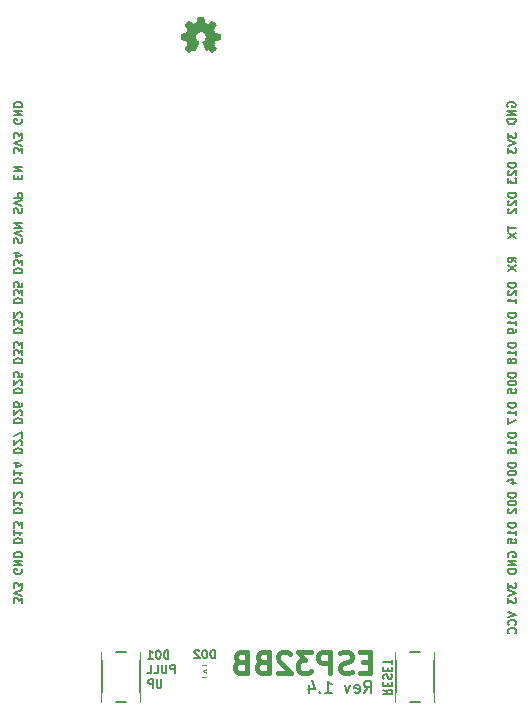
<source format=gbo>
G04 #@! TF.FileFunction,Legend,Bot*
%FSLAX46Y46*%
G04 Gerber Fmt 4.6, Leading zero omitted, Abs format (unit mm)*
G04 Created by KiCad (PCBNEW 4.0.6-e0-6349~52~ubuntu16.10.1) date Mon Mar  6 23:37:34 2017*
%MOMM*%
%LPD*%
G01*
G04 APERTURE LIST*
%ADD10C,0.100000*%
%ADD11C,0.175000*%
%ADD12C,0.200000*%
%ADD13C,0.400000*%
%ADD14C,0.010000*%
%ADD15C,0.120000*%
%ADD16R,1.050000X1.450000*%
%ADD17R,1.200000X1.200000*%
%ADD18R,2.100000X2.100000*%
%ADD19O,2.100000X2.100000*%
G04 APERTURE END LIST*
D10*
D11*
X192721667Y-83766834D02*
X192388333Y-83533500D01*
X192721667Y-83366834D02*
X192021667Y-83366834D01*
X192021667Y-83633500D01*
X192055000Y-83700167D01*
X192088333Y-83733500D01*
X192155000Y-83766834D01*
X192255000Y-83766834D01*
X192321667Y-83733500D01*
X192355000Y-83700167D01*
X192388333Y-83633500D01*
X192388333Y-83366834D01*
X192021667Y-84000167D02*
X192721667Y-84466834D01*
X192021667Y-84466834D02*
X192721667Y-84000167D01*
X181483833Y-119947999D02*
X181817167Y-120181333D01*
X181483833Y-120347999D02*
X182183833Y-120347999D01*
X182183833Y-120081333D01*
X182150500Y-120014666D01*
X182117167Y-119981333D01*
X182050500Y-119947999D01*
X181950500Y-119947999D01*
X181883833Y-119981333D01*
X181850500Y-120014666D01*
X181817167Y-120081333D01*
X181817167Y-120347999D01*
X181850500Y-119647999D02*
X181850500Y-119414666D01*
X181483833Y-119314666D02*
X181483833Y-119647999D01*
X182183833Y-119647999D01*
X182183833Y-119314666D01*
X181517167Y-119048000D02*
X181483833Y-118948000D01*
X181483833Y-118781333D01*
X181517167Y-118714666D01*
X181550500Y-118681333D01*
X181617167Y-118648000D01*
X181683833Y-118648000D01*
X181750500Y-118681333D01*
X181783833Y-118714666D01*
X181817167Y-118781333D01*
X181850500Y-118914666D01*
X181883833Y-118981333D01*
X181917167Y-119014666D01*
X181983833Y-119048000D01*
X182050500Y-119048000D01*
X182117167Y-119014666D01*
X182150500Y-118981333D01*
X182183833Y-118914666D01*
X182183833Y-118748000D01*
X182150500Y-118648000D01*
X181850500Y-118347999D02*
X181850500Y-118114666D01*
X181483833Y-118014666D02*
X181483833Y-118347999D01*
X182183833Y-118347999D01*
X182183833Y-118014666D01*
X182183833Y-117814666D02*
X182183833Y-117414666D01*
X181483833Y-117614666D02*
X182183833Y-117614666D01*
X150178333Y-99910000D02*
X150878333Y-99910000D01*
X150878333Y-99743334D01*
X150845000Y-99643334D01*
X150778333Y-99576667D01*
X150711667Y-99543334D01*
X150578333Y-99510000D01*
X150478333Y-99510000D01*
X150345000Y-99543334D01*
X150278333Y-99576667D01*
X150211667Y-99643334D01*
X150178333Y-99743334D01*
X150178333Y-99910000D01*
X150811667Y-99243334D02*
X150845000Y-99210000D01*
X150878333Y-99143334D01*
X150878333Y-98976667D01*
X150845000Y-98910000D01*
X150811667Y-98876667D01*
X150745000Y-98843334D01*
X150678333Y-98843334D01*
X150578333Y-98876667D01*
X150178333Y-99276667D01*
X150178333Y-98843334D01*
X150878333Y-98610000D02*
X150878333Y-98143333D01*
X150178333Y-98443333D01*
X192004200Y-70586667D02*
X191970867Y-70520001D01*
X191970867Y-70420001D01*
X192004200Y-70320001D01*
X192070867Y-70253334D01*
X192137533Y-70220001D01*
X192270867Y-70186667D01*
X192370867Y-70186667D01*
X192504200Y-70220001D01*
X192570867Y-70253334D01*
X192637533Y-70320001D01*
X192670867Y-70420001D01*
X192670867Y-70486667D01*
X192637533Y-70586667D01*
X192604200Y-70620001D01*
X192370867Y-70620001D01*
X192370867Y-70486667D01*
X192670867Y-70920001D02*
X191970867Y-70920001D01*
X192670867Y-71320001D01*
X191970867Y-71320001D01*
X192670867Y-71653334D02*
X191970867Y-71653334D01*
X191970867Y-71820000D01*
X192004200Y-71920000D01*
X192070867Y-71986667D01*
X192137533Y-72020000D01*
X192270867Y-72053334D01*
X192370867Y-72053334D01*
X192504200Y-72020000D01*
X192570867Y-71986667D01*
X192637533Y-71920000D01*
X192670867Y-71820000D01*
X192670867Y-71653334D01*
D12*
X179871428Y-120213381D02*
X180204762Y-119737190D01*
X180442857Y-120213381D02*
X180442857Y-119213381D01*
X180061904Y-119213381D01*
X179966666Y-119261000D01*
X179919047Y-119308619D01*
X179871428Y-119403857D01*
X179871428Y-119546714D01*
X179919047Y-119641952D01*
X179966666Y-119689571D01*
X180061904Y-119737190D01*
X180442857Y-119737190D01*
X179061904Y-120165762D02*
X179157142Y-120213381D01*
X179347619Y-120213381D01*
X179442857Y-120165762D01*
X179490476Y-120070524D01*
X179490476Y-119689571D01*
X179442857Y-119594333D01*
X179347619Y-119546714D01*
X179157142Y-119546714D01*
X179061904Y-119594333D01*
X179014285Y-119689571D01*
X179014285Y-119784810D01*
X179490476Y-119880048D01*
X178680952Y-119546714D02*
X178442857Y-120213381D01*
X178204761Y-119546714D01*
X176538094Y-120213381D02*
X177109523Y-120213381D01*
X176823809Y-120213381D02*
X176823809Y-119213381D01*
X176919047Y-119356238D01*
X177014285Y-119451476D01*
X177109523Y-119499095D01*
X176109523Y-120118143D02*
X176061904Y-120165762D01*
X176109523Y-120213381D01*
X176157142Y-120165762D01*
X176109523Y-120118143D01*
X176109523Y-120213381D01*
X175204761Y-119546714D02*
X175204761Y-120213381D01*
X175442857Y-119165762D02*
X175680952Y-119880048D01*
X175061904Y-119880048D01*
D13*
X180345643Y-117600429D02*
X179745643Y-117600429D01*
X179488500Y-118543286D02*
X180345643Y-118543286D01*
X180345643Y-116743286D01*
X179488500Y-116743286D01*
X178802786Y-118457571D02*
X178545643Y-118543286D01*
X178117072Y-118543286D01*
X177945643Y-118457571D01*
X177859929Y-118371857D01*
X177774214Y-118200429D01*
X177774214Y-118029000D01*
X177859929Y-117857571D01*
X177945643Y-117771857D01*
X178117072Y-117686143D01*
X178459929Y-117600429D01*
X178631357Y-117514714D01*
X178717072Y-117429000D01*
X178802786Y-117257571D01*
X178802786Y-117086143D01*
X178717072Y-116914714D01*
X178631357Y-116829000D01*
X178459929Y-116743286D01*
X178031357Y-116743286D01*
X177774214Y-116829000D01*
X177002786Y-118543286D02*
X177002786Y-116743286D01*
X176317071Y-116743286D01*
X176145643Y-116829000D01*
X176059928Y-116914714D01*
X175974214Y-117086143D01*
X175974214Y-117343286D01*
X176059928Y-117514714D01*
X176145643Y-117600429D01*
X176317071Y-117686143D01*
X177002786Y-117686143D01*
X175374214Y-116743286D02*
X174259928Y-116743286D01*
X174859928Y-117429000D01*
X174602786Y-117429000D01*
X174431357Y-117514714D01*
X174345643Y-117600429D01*
X174259928Y-117771857D01*
X174259928Y-118200429D01*
X174345643Y-118371857D01*
X174431357Y-118457571D01*
X174602786Y-118543286D01*
X175117071Y-118543286D01*
X175288500Y-118457571D01*
X175374214Y-118371857D01*
X173574214Y-116914714D02*
X173488500Y-116829000D01*
X173317071Y-116743286D01*
X172888500Y-116743286D01*
X172717071Y-116829000D01*
X172631357Y-116914714D01*
X172545642Y-117086143D01*
X172545642Y-117257571D01*
X172631357Y-117514714D01*
X173659928Y-118543286D01*
X172545642Y-118543286D01*
X171174214Y-117600429D02*
X170917071Y-117686143D01*
X170831356Y-117771857D01*
X170745642Y-117943286D01*
X170745642Y-118200429D01*
X170831356Y-118371857D01*
X170917071Y-118457571D01*
X171088499Y-118543286D01*
X171774214Y-118543286D01*
X171774214Y-116743286D01*
X171174214Y-116743286D01*
X171002785Y-116829000D01*
X170917071Y-116914714D01*
X170831356Y-117086143D01*
X170831356Y-117257571D01*
X170917071Y-117429000D01*
X171002785Y-117514714D01*
X171174214Y-117600429D01*
X171774214Y-117600429D01*
X169374214Y-117600429D02*
X169117071Y-117686143D01*
X169031356Y-117771857D01*
X168945642Y-117943286D01*
X168945642Y-118200429D01*
X169031356Y-118371857D01*
X169117071Y-118457571D01*
X169288499Y-118543286D01*
X169974214Y-118543286D01*
X169974214Y-116743286D01*
X169374214Y-116743286D01*
X169202785Y-116829000D01*
X169117071Y-116914714D01*
X169031356Y-117086143D01*
X169031356Y-117257571D01*
X169117071Y-117429000D01*
X169202785Y-117514714D01*
X169374214Y-117600429D01*
X169974214Y-117600429D01*
D11*
X163283667Y-117328667D02*
X163283667Y-116628667D01*
X163117001Y-116628667D01*
X163017001Y-116662000D01*
X162950334Y-116728667D01*
X162917001Y-116795333D01*
X162883667Y-116928667D01*
X162883667Y-117028667D01*
X162917001Y-117162000D01*
X162950334Y-117228667D01*
X163017001Y-117295333D01*
X163117001Y-117328667D01*
X163283667Y-117328667D01*
X162450334Y-116628667D02*
X162383667Y-116628667D01*
X162317001Y-116662000D01*
X162283667Y-116695333D01*
X162250334Y-116762000D01*
X162217001Y-116895333D01*
X162217001Y-117062000D01*
X162250334Y-117195333D01*
X162283667Y-117262000D01*
X162317001Y-117295333D01*
X162383667Y-117328667D01*
X162450334Y-117328667D01*
X162517001Y-117295333D01*
X162550334Y-117262000D01*
X162583667Y-117195333D01*
X162617001Y-117062000D01*
X162617001Y-116895333D01*
X162583667Y-116762000D01*
X162550334Y-116695333D01*
X162517001Y-116662000D01*
X162450334Y-116628667D01*
X161550334Y-117328667D02*
X161950334Y-117328667D01*
X161750334Y-117328667D02*
X161750334Y-116628667D01*
X161817000Y-116728667D01*
X161883667Y-116795333D01*
X161950334Y-116828667D01*
X163817000Y-118553667D02*
X163817000Y-117853667D01*
X163550334Y-117853667D01*
X163483667Y-117887000D01*
X163450334Y-117920333D01*
X163417000Y-117987000D01*
X163417000Y-118087000D01*
X163450334Y-118153667D01*
X163483667Y-118187000D01*
X163550334Y-118220333D01*
X163817000Y-118220333D01*
X163117000Y-117853667D02*
X163117000Y-118420333D01*
X163083667Y-118487000D01*
X163050334Y-118520333D01*
X162983667Y-118553667D01*
X162850334Y-118553667D01*
X162783667Y-118520333D01*
X162750334Y-118487000D01*
X162717000Y-118420333D01*
X162717000Y-117853667D01*
X162050334Y-118553667D02*
X162383667Y-118553667D01*
X162383667Y-117853667D01*
X161483667Y-118553667D02*
X161817000Y-118553667D01*
X161817000Y-117853667D01*
X162683666Y-119078667D02*
X162683666Y-119645333D01*
X162650333Y-119712000D01*
X162617000Y-119745333D01*
X162550333Y-119778667D01*
X162417000Y-119778667D01*
X162350333Y-119745333D01*
X162317000Y-119712000D01*
X162283666Y-119645333D01*
X162283666Y-119078667D01*
X161950333Y-119778667D02*
X161950333Y-119078667D01*
X161683667Y-119078667D01*
X161617000Y-119112000D01*
X161583667Y-119145333D01*
X161550333Y-119212000D01*
X161550333Y-119312000D01*
X161583667Y-119378667D01*
X161617000Y-119412000D01*
X161683667Y-119445333D01*
X161950333Y-119445333D01*
X192021667Y-72793333D02*
X192021667Y-73226666D01*
X192288333Y-72993333D01*
X192288333Y-73093333D01*
X192321667Y-73160000D01*
X192355000Y-73193333D01*
X192421667Y-73226666D01*
X192588333Y-73226666D01*
X192655000Y-73193333D01*
X192688333Y-73160000D01*
X192721667Y-73093333D01*
X192721667Y-72893333D01*
X192688333Y-72826666D01*
X192655000Y-72793333D01*
X192021667Y-73426667D02*
X192721667Y-73660000D01*
X192021667Y-73893333D01*
X192021667Y-74060000D02*
X192021667Y-74493333D01*
X192288333Y-74260000D01*
X192288333Y-74360000D01*
X192321667Y-74426667D01*
X192355000Y-74460000D01*
X192421667Y-74493333D01*
X192588333Y-74493333D01*
X192655000Y-74460000D01*
X192688333Y-74426667D01*
X192721667Y-74360000D01*
X192721667Y-74160000D01*
X192688333Y-74093333D01*
X192655000Y-74060000D01*
X192721667Y-75350000D02*
X192021667Y-75350000D01*
X192021667Y-75516666D01*
X192055000Y-75616666D01*
X192121667Y-75683333D01*
X192188333Y-75716666D01*
X192321667Y-75750000D01*
X192421667Y-75750000D01*
X192555000Y-75716666D01*
X192621667Y-75683333D01*
X192688333Y-75616666D01*
X192721667Y-75516666D01*
X192721667Y-75350000D01*
X192088333Y-76016666D02*
X192055000Y-76050000D01*
X192021667Y-76116666D01*
X192021667Y-76283333D01*
X192055000Y-76350000D01*
X192088333Y-76383333D01*
X192155000Y-76416666D01*
X192221667Y-76416666D01*
X192321667Y-76383333D01*
X192721667Y-75983333D01*
X192721667Y-76416666D01*
X192021667Y-76650000D02*
X192021667Y-77083333D01*
X192288333Y-76850000D01*
X192288333Y-76950000D01*
X192321667Y-77016667D01*
X192355000Y-77050000D01*
X192421667Y-77083333D01*
X192588333Y-77083333D01*
X192655000Y-77050000D01*
X192688333Y-77016667D01*
X192721667Y-76950000D01*
X192721667Y-76750000D01*
X192688333Y-76683333D01*
X192655000Y-76650000D01*
X192721667Y-77890000D02*
X192021667Y-77890000D01*
X192021667Y-78056666D01*
X192055000Y-78156666D01*
X192121667Y-78223333D01*
X192188333Y-78256666D01*
X192321667Y-78290000D01*
X192421667Y-78290000D01*
X192555000Y-78256666D01*
X192621667Y-78223333D01*
X192688333Y-78156666D01*
X192721667Y-78056666D01*
X192721667Y-77890000D01*
X192088333Y-78556666D02*
X192055000Y-78590000D01*
X192021667Y-78656666D01*
X192021667Y-78823333D01*
X192055000Y-78890000D01*
X192088333Y-78923333D01*
X192155000Y-78956666D01*
X192221667Y-78956666D01*
X192321667Y-78923333D01*
X192721667Y-78523333D01*
X192721667Y-78956666D01*
X192088333Y-79223333D02*
X192055000Y-79256667D01*
X192021667Y-79323333D01*
X192021667Y-79490000D01*
X192055000Y-79556667D01*
X192088333Y-79590000D01*
X192155000Y-79623333D01*
X192221667Y-79623333D01*
X192321667Y-79590000D01*
X192721667Y-79190000D01*
X192721667Y-79623333D01*
X192721667Y-85510000D02*
X192021667Y-85510000D01*
X192021667Y-85676666D01*
X192055000Y-85776666D01*
X192121667Y-85843333D01*
X192188333Y-85876666D01*
X192321667Y-85910000D01*
X192421667Y-85910000D01*
X192555000Y-85876666D01*
X192621667Y-85843333D01*
X192688333Y-85776666D01*
X192721667Y-85676666D01*
X192721667Y-85510000D01*
X192088333Y-86176666D02*
X192055000Y-86210000D01*
X192021667Y-86276666D01*
X192021667Y-86443333D01*
X192055000Y-86510000D01*
X192088333Y-86543333D01*
X192155000Y-86576666D01*
X192221667Y-86576666D01*
X192321667Y-86543333D01*
X192721667Y-86143333D01*
X192721667Y-86576666D01*
X192721667Y-87243333D02*
X192721667Y-86843333D01*
X192721667Y-87043333D02*
X192021667Y-87043333D01*
X192121667Y-86976667D01*
X192188333Y-86910000D01*
X192221667Y-86843333D01*
X192721667Y-88050000D02*
X192021667Y-88050000D01*
X192021667Y-88216666D01*
X192055000Y-88316666D01*
X192121667Y-88383333D01*
X192188333Y-88416666D01*
X192321667Y-88450000D01*
X192421667Y-88450000D01*
X192555000Y-88416666D01*
X192621667Y-88383333D01*
X192688333Y-88316666D01*
X192721667Y-88216666D01*
X192721667Y-88050000D01*
X192721667Y-89116666D02*
X192721667Y-88716666D01*
X192721667Y-88916666D02*
X192021667Y-88916666D01*
X192121667Y-88850000D01*
X192188333Y-88783333D01*
X192221667Y-88716666D01*
X192721667Y-89450000D02*
X192721667Y-89583333D01*
X192688333Y-89650000D01*
X192655000Y-89683333D01*
X192555000Y-89750000D01*
X192421667Y-89783333D01*
X192155000Y-89783333D01*
X192088333Y-89750000D01*
X192055000Y-89716667D01*
X192021667Y-89650000D01*
X192021667Y-89516667D01*
X192055000Y-89450000D01*
X192088333Y-89416667D01*
X192155000Y-89383333D01*
X192321667Y-89383333D01*
X192388333Y-89416667D01*
X192421667Y-89450000D01*
X192455000Y-89516667D01*
X192455000Y-89650000D01*
X192421667Y-89716667D01*
X192388333Y-89750000D01*
X192321667Y-89783333D01*
X192721667Y-90590000D02*
X192021667Y-90590000D01*
X192021667Y-90756666D01*
X192055000Y-90856666D01*
X192121667Y-90923333D01*
X192188333Y-90956666D01*
X192321667Y-90990000D01*
X192421667Y-90990000D01*
X192555000Y-90956666D01*
X192621667Y-90923333D01*
X192688333Y-90856666D01*
X192721667Y-90756666D01*
X192721667Y-90590000D01*
X192721667Y-91656666D02*
X192721667Y-91256666D01*
X192721667Y-91456666D02*
X192021667Y-91456666D01*
X192121667Y-91390000D01*
X192188333Y-91323333D01*
X192221667Y-91256666D01*
X192321667Y-92056667D02*
X192288333Y-91990000D01*
X192255000Y-91956667D01*
X192188333Y-91923333D01*
X192155000Y-91923333D01*
X192088333Y-91956667D01*
X192055000Y-91990000D01*
X192021667Y-92056667D01*
X192021667Y-92190000D01*
X192055000Y-92256667D01*
X192088333Y-92290000D01*
X192155000Y-92323333D01*
X192188333Y-92323333D01*
X192255000Y-92290000D01*
X192288333Y-92256667D01*
X192321667Y-92190000D01*
X192321667Y-92056667D01*
X192355000Y-91990000D01*
X192388333Y-91956667D01*
X192455000Y-91923333D01*
X192588333Y-91923333D01*
X192655000Y-91956667D01*
X192688333Y-91990000D01*
X192721667Y-92056667D01*
X192721667Y-92190000D01*
X192688333Y-92256667D01*
X192655000Y-92290000D01*
X192588333Y-92323333D01*
X192455000Y-92323333D01*
X192388333Y-92290000D01*
X192355000Y-92256667D01*
X192321667Y-92190000D01*
X192721667Y-93130000D02*
X192021667Y-93130000D01*
X192021667Y-93296666D01*
X192055000Y-93396666D01*
X192121667Y-93463333D01*
X192188333Y-93496666D01*
X192321667Y-93530000D01*
X192421667Y-93530000D01*
X192555000Y-93496666D01*
X192621667Y-93463333D01*
X192688333Y-93396666D01*
X192721667Y-93296666D01*
X192721667Y-93130000D01*
X192021667Y-93963333D02*
X192021667Y-94030000D01*
X192055000Y-94096666D01*
X192088333Y-94130000D01*
X192155000Y-94163333D01*
X192288333Y-94196666D01*
X192455000Y-94196666D01*
X192588333Y-94163333D01*
X192655000Y-94130000D01*
X192688333Y-94096666D01*
X192721667Y-94030000D01*
X192721667Y-93963333D01*
X192688333Y-93896666D01*
X192655000Y-93863333D01*
X192588333Y-93830000D01*
X192455000Y-93796666D01*
X192288333Y-93796666D01*
X192155000Y-93830000D01*
X192088333Y-93863333D01*
X192055000Y-93896666D01*
X192021667Y-93963333D01*
X192021667Y-94830000D02*
X192021667Y-94496667D01*
X192355000Y-94463333D01*
X192321667Y-94496667D01*
X192288333Y-94563333D01*
X192288333Y-94730000D01*
X192321667Y-94796667D01*
X192355000Y-94830000D01*
X192421667Y-94863333D01*
X192588333Y-94863333D01*
X192655000Y-94830000D01*
X192688333Y-94796667D01*
X192721667Y-94730000D01*
X192721667Y-94563333D01*
X192688333Y-94496667D01*
X192655000Y-94463333D01*
X192721667Y-95670000D02*
X192021667Y-95670000D01*
X192021667Y-95836666D01*
X192055000Y-95936666D01*
X192121667Y-96003333D01*
X192188333Y-96036666D01*
X192321667Y-96070000D01*
X192421667Y-96070000D01*
X192555000Y-96036666D01*
X192621667Y-96003333D01*
X192688333Y-95936666D01*
X192721667Y-95836666D01*
X192721667Y-95670000D01*
X192721667Y-96736666D02*
X192721667Y-96336666D01*
X192721667Y-96536666D02*
X192021667Y-96536666D01*
X192121667Y-96470000D01*
X192188333Y-96403333D01*
X192221667Y-96336666D01*
X192021667Y-96970000D02*
X192021667Y-97436667D01*
X192721667Y-97136667D01*
X192721667Y-98210000D02*
X192021667Y-98210000D01*
X192021667Y-98376666D01*
X192055000Y-98476666D01*
X192121667Y-98543333D01*
X192188333Y-98576666D01*
X192321667Y-98610000D01*
X192421667Y-98610000D01*
X192555000Y-98576666D01*
X192621667Y-98543333D01*
X192688333Y-98476666D01*
X192721667Y-98376666D01*
X192721667Y-98210000D01*
X192721667Y-99276666D02*
X192721667Y-98876666D01*
X192721667Y-99076666D02*
X192021667Y-99076666D01*
X192121667Y-99010000D01*
X192188333Y-98943333D01*
X192221667Y-98876666D01*
X192021667Y-99876667D02*
X192021667Y-99743333D01*
X192055000Y-99676667D01*
X192088333Y-99643333D01*
X192188333Y-99576667D01*
X192321667Y-99543333D01*
X192588333Y-99543333D01*
X192655000Y-99576667D01*
X192688333Y-99610000D01*
X192721667Y-99676667D01*
X192721667Y-99810000D01*
X192688333Y-99876667D01*
X192655000Y-99910000D01*
X192588333Y-99943333D01*
X192421667Y-99943333D01*
X192355000Y-99910000D01*
X192321667Y-99876667D01*
X192288333Y-99810000D01*
X192288333Y-99676667D01*
X192321667Y-99610000D01*
X192355000Y-99576667D01*
X192421667Y-99543333D01*
X192721667Y-100750000D02*
X192021667Y-100750000D01*
X192021667Y-100916666D01*
X192055000Y-101016666D01*
X192121667Y-101083333D01*
X192188333Y-101116666D01*
X192321667Y-101150000D01*
X192421667Y-101150000D01*
X192555000Y-101116666D01*
X192621667Y-101083333D01*
X192688333Y-101016666D01*
X192721667Y-100916666D01*
X192721667Y-100750000D01*
X192021667Y-101583333D02*
X192021667Y-101650000D01*
X192055000Y-101716666D01*
X192088333Y-101750000D01*
X192155000Y-101783333D01*
X192288333Y-101816666D01*
X192455000Y-101816666D01*
X192588333Y-101783333D01*
X192655000Y-101750000D01*
X192688333Y-101716666D01*
X192721667Y-101650000D01*
X192721667Y-101583333D01*
X192688333Y-101516666D01*
X192655000Y-101483333D01*
X192588333Y-101450000D01*
X192455000Y-101416666D01*
X192288333Y-101416666D01*
X192155000Y-101450000D01*
X192088333Y-101483333D01*
X192055000Y-101516666D01*
X192021667Y-101583333D01*
X192255000Y-102416667D02*
X192721667Y-102416667D01*
X191988333Y-102250000D02*
X192488333Y-102083333D01*
X192488333Y-102516667D01*
X192721667Y-103290000D02*
X192021667Y-103290000D01*
X192021667Y-103456666D01*
X192055000Y-103556666D01*
X192121667Y-103623333D01*
X192188333Y-103656666D01*
X192321667Y-103690000D01*
X192421667Y-103690000D01*
X192555000Y-103656666D01*
X192621667Y-103623333D01*
X192688333Y-103556666D01*
X192721667Y-103456666D01*
X192721667Y-103290000D01*
X192021667Y-104123333D02*
X192021667Y-104190000D01*
X192055000Y-104256666D01*
X192088333Y-104290000D01*
X192155000Y-104323333D01*
X192288333Y-104356666D01*
X192455000Y-104356666D01*
X192588333Y-104323333D01*
X192655000Y-104290000D01*
X192688333Y-104256666D01*
X192721667Y-104190000D01*
X192721667Y-104123333D01*
X192688333Y-104056666D01*
X192655000Y-104023333D01*
X192588333Y-103990000D01*
X192455000Y-103956666D01*
X192288333Y-103956666D01*
X192155000Y-103990000D01*
X192088333Y-104023333D01*
X192055000Y-104056666D01*
X192021667Y-104123333D01*
X192088333Y-104623333D02*
X192055000Y-104656667D01*
X192021667Y-104723333D01*
X192021667Y-104890000D01*
X192055000Y-104956667D01*
X192088333Y-104990000D01*
X192155000Y-105023333D01*
X192221667Y-105023333D01*
X192321667Y-104990000D01*
X192721667Y-104590000D01*
X192721667Y-105023333D01*
X192721667Y-105830000D02*
X192021667Y-105830000D01*
X192021667Y-105996666D01*
X192055000Y-106096666D01*
X192121667Y-106163333D01*
X192188333Y-106196666D01*
X192321667Y-106230000D01*
X192421667Y-106230000D01*
X192555000Y-106196666D01*
X192621667Y-106163333D01*
X192688333Y-106096666D01*
X192721667Y-105996666D01*
X192721667Y-105830000D01*
X192721667Y-106896666D02*
X192721667Y-106496666D01*
X192721667Y-106696666D02*
X192021667Y-106696666D01*
X192121667Y-106630000D01*
X192188333Y-106563333D01*
X192221667Y-106496666D01*
X192021667Y-107530000D02*
X192021667Y-107196667D01*
X192355000Y-107163333D01*
X192321667Y-107196667D01*
X192288333Y-107263333D01*
X192288333Y-107430000D01*
X192321667Y-107496667D01*
X192355000Y-107530000D01*
X192421667Y-107563333D01*
X192588333Y-107563333D01*
X192655000Y-107530000D01*
X192688333Y-107496667D01*
X192721667Y-107430000D01*
X192721667Y-107263333D01*
X192688333Y-107196667D01*
X192655000Y-107163333D01*
X192021667Y-80683167D02*
X192021667Y-81083167D01*
X192721667Y-80883167D02*
X192021667Y-80883167D01*
X192021667Y-81249833D02*
X192721667Y-81716500D01*
X192021667Y-81716500D02*
X192721667Y-81249833D01*
X192055000Y-108686667D02*
X192021667Y-108620001D01*
X192021667Y-108520001D01*
X192055000Y-108420001D01*
X192121667Y-108353334D01*
X192188333Y-108320001D01*
X192321667Y-108286667D01*
X192421667Y-108286667D01*
X192555000Y-108320001D01*
X192621667Y-108353334D01*
X192688333Y-108420001D01*
X192721667Y-108520001D01*
X192721667Y-108586667D01*
X192688333Y-108686667D01*
X192655000Y-108720001D01*
X192421667Y-108720001D01*
X192421667Y-108586667D01*
X192721667Y-109020001D02*
X192021667Y-109020001D01*
X192721667Y-109420001D01*
X192021667Y-109420001D01*
X192721667Y-109753334D02*
X192021667Y-109753334D01*
X192021667Y-109920000D01*
X192055000Y-110020000D01*
X192121667Y-110086667D01*
X192188333Y-110120000D01*
X192321667Y-110153334D01*
X192421667Y-110153334D01*
X192555000Y-110120000D01*
X192621667Y-110086667D01*
X192688333Y-110020000D01*
X192721667Y-109920000D01*
X192721667Y-109753334D01*
X192021667Y-113366667D02*
X192721667Y-113600000D01*
X192021667Y-113833333D01*
X192655000Y-114466667D02*
X192688333Y-114433333D01*
X192721667Y-114333333D01*
X192721667Y-114266667D01*
X192688333Y-114166667D01*
X192621667Y-114100000D01*
X192555000Y-114066667D01*
X192421667Y-114033333D01*
X192321667Y-114033333D01*
X192188333Y-114066667D01*
X192121667Y-114100000D01*
X192055000Y-114166667D01*
X192021667Y-114266667D01*
X192021667Y-114333333D01*
X192055000Y-114433333D01*
X192088333Y-114466667D01*
X192655000Y-115166667D02*
X192688333Y-115133333D01*
X192721667Y-115033333D01*
X192721667Y-114966667D01*
X192688333Y-114866667D01*
X192621667Y-114800000D01*
X192555000Y-114766667D01*
X192421667Y-114733333D01*
X192321667Y-114733333D01*
X192188333Y-114766667D01*
X192121667Y-114800000D01*
X192055000Y-114866667D01*
X192021667Y-114966667D01*
X192021667Y-115033333D01*
X192055000Y-115133333D01*
X192088333Y-115166667D01*
X192021667Y-110893333D02*
X192021667Y-111326666D01*
X192288333Y-111093333D01*
X192288333Y-111193333D01*
X192321667Y-111260000D01*
X192355000Y-111293333D01*
X192421667Y-111326666D01*
X192588333Y-111326666D01*
X192655000Y-111293333D01*
X192688333Y-111260000D01*
X192721667Y-111193333D01*
X192721667Y-110993333D01*
X192688333Y-110926666D01*
X192655000Y-110893333D01*
X192021667Y-111526667D02*
X192721667Y-111760000D01*
X192021667Y-111993333D01*
X192021667Y-112160000D02*
X192021667Y-112593333D01*
X192288333Y-112360000D01*
X192288333Y-112460000D01*
X192321667Y-112526667D01*
X192355000Y-112560000D01*
X192421667Y-112593333D01*
X192588333Y-112593333D01*
X192655000Y-112560000D01*
X192688333Y-112526667D01*
X192721667Y-112460000D01*
X192721667Y-112260000D01*
X192688333Y-112193333D01*
X192655000Y-112160000D01*
X150878333Y-112626667D02*
X150878333Y-112193334D01*
X150611667Y-112426667D01*
X150611667Y-112326667D01*
X150578333Y-112260000D01*
X150545000Y-112226667D01*
X150478333Y-112193334D01*
X150311667Y-112193334D01*
X150245000Y-112226667D01*
X150211667Y-112260000D01*
X150178333Y-112326667D01*
X150178333Y-112526667D01*
X150211667Y-112593334D01*
X150245000Y-112626667D01*
X150878333Y-111993333D02*
X150178333Y-111760000D01*
X150878333Y-111526667D01*
X150878333Y-111360000D02*
X150878333Y-110926667D01*
X150611667Y-111160000D01*
X150611667Y-111060000D01*
X150578333Y-110993333D01*
X150545000Y-110960000D01*
X150478333Y-110926667D01*
X150311667Y-110926667D01*
X150245000Y-110960000D01*
X150211667Y-110993333D01*
X150178333Y-111060000D01*
X150178333Y-111260000D01*
X150211667Y-111326667D01*
X150245000Y-111360000D01*
X150845000Y-109753333D02*
X150878333Y-109819999D01*
X150878333Y-109919999D01*
X150845000Y-110019999D01*
X150778333Y-110086666D01*
X150711667Y-110119999D01*
X150578333Y-110153333D01*
X150478333Y-110153333D01*
X150345000Y-110119999D01*
X150278333Y-110086666D01*
X150211667Y-110019999D01*
X150178333Y-109919999D01*
X150178333Y-109853333D01*
X150211667Y-109753333D01*
X150245000Y-109719999D01*
X150478333Y-109719999D01*
X150478333Y-109853333D01*
X150178333Y-109419999D02*
X150878333Y-109419999D01*
X150178333Y-109019999D01*
X150878333Y-109019999D01*
X150178333Y-108686666D02*
X150878333Y-108686666D01*
X150878333Y-108520000D01*
X150845000Y-108420000D01*
X150778333Y-108353333D01*
X150711667Y-108320000D01*
X150578333Y-108286666D01*
X150478333Y-108286666D01*
X150345000Y-108320000D01*
X150278333Y-108353333D01*
X150211667Y-108420000D01*
X150178333Y-108520000D01*
X150178333Y-108686666D01*
X150178333Y-107530000D02*
X150878333Y-107530000D01*
X150878333Y-107363334D01*
X150845000Y-107263334D01*
X150778333Y-107196667D01*
X150711667Y-107163334D01*
X150578333Y-107130000D01*
X150478333Y-107130000D01*
X150345000Y-107163334D01*
X150278333Y-107196667D01*
X150211667Y-107263334D01*
X150178333Y-107363334D01*
X150178333Y-107530000D01*
X150178333Y-106463334D02*
X150178333Y-106863334D01*
X150178333Y-106663334D02*
X150878333Y-106663334D01*
X150778333Y-106730000D01*
X150711667Y-106796667D01*
X150678333Y-106863334D01*
X150878333Y-106230000D02*
X150878333Y-105796667D01*
X150611667Y-106030000D01*
X150611667Y-105930000D01*
X150578333Y-105863333D01*
X150545000Y-105830000D01*
X150478333Y-105796667D01*
X150311667Y-105796667D01*
X150245000Y-105830000D01*
X150211667Y-105863333D01*
X150178333Y-105930000D01*
X150178333Y-106130000D01*
X150211667Y-106196667D01*
X150245000Y-106230000D01*
X150178333Y-104990000D02*
X150878333Y-104990000D01*
X150878333Y-104823334D01*
X150845000Y-104723334D01*
X150778333Y-104656667D01*
X150711667Y-104623334D01*
X150578333Y-104590000D01*
X150478333Y-104590000D01*
X150345000Y-104623334D01*
X150278333Y-104656667D01*
X150211667Y-104723334D01*
X150178333Y-104823334D01*
X150178333Y-104990000D01*
X150178333Y-103923334D02*
X150178333Y-104323334D01*
X150178333Y-104123334D02*
X150878333Y-104123334D01*
X150778333Y-104190000D01*
X150711667Y-104256667D01*
X150678333Y-104323334D01*
X150811667Y-103656667D02*
X150845000Y-103623333D01*
X150878333Y-103556667D01*
X150878333Y-103390000D01*
X150845000Y-103323333D01*
X150811667Y-103290000D01*
X150745000Y-103256667D01*
X150678333Y-103256667D01*
X150578333Y-103290000D01*
X150178333Y-103690000D01*
X150178333Y-103256667D01*
X150178333Y-102450000D02*
X150878333Y-102450000D01*
X150878333Y-102283334D01*
X150845000Y-102183334D01*
X150778333Y-102116667D01*
X150711667Y-102083334D01*
X150578333Y-102050000D01*
X150478333Y-102050000D01*
X150345000Y-102083334D01*
X150278333Y-102116667D01*
X150211667Y-102183334D01*
X150178333Y-102283334D01*
X150178333Y-102450000D01*
X150178333Y-101383334D02*
X150178333Y-101783334D01*
X150178333Y-101583334D02*
X150878333Y-101583334D01*
X150778333Y-101650000D01*
X150711667Y-101716667D01*
X150678333Y-101783334D01*
X150645000Y-100783333D02*
X150178333Y-100783333D01*
X150911667Y-100950000D02*
X150411667Y-101116667D01*
X150411667Y-100683333D01*
X150178333Y-97370000D02*
X150878333Y-97370000D01*
X150878333Y-97203334D01*
X150845000Y-97103334D01*
X150778333Y-97036667D01*
X150711667Y-97003334D01*
X150578333Y-96970000D01*
X150478333Y-96970000D01*
X150345000Y-97003334D01*
X150278333Y-97036667D01*
X150211667Y-97103334D01*
X150178333Y-97203334D01*
X150178333Y-97370000D01*
X150811667Y-96703334D02*
X150845000Y-96670000D01*
X150878333Y-96603334D01*
X150878333Y-96436667D01*
X150845000Y-96370000D01*
X150811667Y-96336667D01*
X150745000Y-96303334D01*
X150678333Y-96303334D01*
X150578333Y-96336667D01*
X150178333Y-96736667D01*
X150178333Y-96303334D01*
X150878333Y-95703333D02*
X150878333Y-95836667D01*
X150845000Y-95903333D01*
X150811667Y-95936667D01*
X150711667Y-96003333D01*
X150578333Y-96036667D01*
X150311667Y-96036667D01*
X150245000Y-96003333D01*
X150211667Y-95970000D01*
X150178333Y-95903333D01*
X150178333Y-95770000D01*
X150211667Y-95703333D01*
X150245000Y-95670000D01*
X150311667Y-95636667D01*
X150478333Y-95636667D01*
X150545000Y-95670000D01*
X150578333Y-95703333D01*
X150611667Y-95770000D01*
X150611667Y-95903333D01*
X150578333Y-95970000D01*
X150545000Y-96003333D01*
X150478333Y-96036667D01*
X150178333Y-94830000D02*
X150878333Y-94830000D01*
X150878333Y-94663334D01*
X150845000Y-94563334D01*
X150778333Y-94496667D01*
X150711667Y-94463334D01*
X150578333Y-94430000D01*
X150478333Y-94430000D01*
X150345000Y-94463334D01*
X150278333Y-94496667D01*
X150211667Y-94563334D01*
X150178333Y-94663334D01*
X150178333Y-94830000D01*
X150811667Y-94163334D02*
X150845000Y-94130000D01*
X150878333Y-94063334D01*
X150878333Y-93896667D01*
X150845000Y-93830000D01*
X150811667Y-93796667D01*
X150745000Y-93763334D01*
X150678333Y-93763334D01*
X150578333Y-93796667D01*
X150178333Y-94196667D01*
X150178333Y-93763334D01*
X150878333Y-93130000D02*
X150878333Y-93463333D01*
X150545000Y-93496667D01*
X150578333Y-93463333D01*
X150611667Y-93396667D01*
X150611667Y-93230000D01*
X150578333Y-93163333D01*
X150545000Y-93130000D01*
X150478333Y-93096667D01*
X150311667Y-93096667D01*
X150245000Y-93130000D01*
X150211667Y-93163333D01*
X150178333Y-93230000D01*
X150178333Y-93396667D01*
X150211667Y-93463333D01*
X150245000Y-93496667D01*
X150178333Y-92290000D02*
X150878333Y-92290000D01*
X150878333Y-92123334D01*
X150845000Y-92023334D01*
X150778333Y-91956667D01*
X150711667Y-91923334D01*
X150578333Y-91890000D01*
X150478333Y-91890000D01*
X150345000Y-91923334D01*
X150278333Y-91956667D01*
X150211667Y-92023334D01*
X150178333Y-92123334D01*
X150178333Y-92290000D01*
X150878333Y-91656667D02*
X150878333Y-91223334D01*
X150611667Y-91456667D01*
X150611667Y-91356667D01*
X150578333Y-91290000D01*
X150545000Y-91256667D01*
X150478333Y-91223334D01*
X150311667Y-91223334D01*
X150245000Y-91256667D01*
X150211667Y-91290000D01*
X150178333Y-91356667D01*
X150178333Y-91556667D01*
X150211667Y-91623334D01*
X150245000Y-91656667D01*
X150878333Y-90990000D02*
X150878333Y-90556667D01*
X150611667Y-90790000D01*
X150611667Y-90690000D01*
X150578333Y-90623333D01*
X150545000Y-90590000D01*
X150478333Y-90556667D01*
X150311667Y-90556667D01*
X150245000Y-90590000D01*
X150211667Y-90623333D01*
X150178333Y-90690000D01*
X150178333Y-90890000D01*
X150211667Y-90956667D01*
X150245000Y-90990000D01*
X150178333Y-89750000D02*
X150878333Y-89750000D01*
X150878333Y-89583334D01*
X150845000Y-89483334D01*
X150778333Y-89416667D01*
X150711667Y-89383334D01*
X150578333Y-89350000D01*
X150478333Y-89350000D01*
X150345000Y-89383334D01*
X150278333Y-89416667D01*
X150211667Y-89483334D01*
X150178333Y-89583334D01*
X150178333Y-89750000D01*
X150878333Y-89116667D02*
X150878333Y-88683334D01*
X150611667Y-88916667D01*
X150611667Y-88816667D01*
X150578333Y-88750000D01*
X150545000Y-88716667D01*
X150478333Y-88683334D01*
X150311667Y-88683334D01*
X150245000Y-88716667D01*
X150211667Y-88750000D01*
X150178333Y-88816667D01*
X150178333Y-89016667D01*
X150211667Y-89083334D01*
X150245000Y-89116667D01*
X150811667Y-88416667D02*
X150845000Y-88383333D01*
X150878333Y-88316667D01*
X150878333Y-88150000D01*
X150845000Y-88083333D01*
X150811667Y-88050000D01*
X150745000Y-88016667D01*
X150678333Y-88016667D01*
X150578333Y-88050000D01*
X150178333Y-88450000D01*
X150178333Y-88016667D01*
X150178333Y-87210000D02*
X150878333Y-87210000D01*
X150878333Y-87043334D01*
X150845000Y-86943334D01*
X150778333Y-86876667D01*
X150711667Y-86843334D01*
X150578333Y-86810000D01*
X150478333Y-86810000D01*
X150345000Y-86843334D01*
X150278333Y-86876667D01*
X150211667Y-86943334D01*
X150178333Y-87043334D01*
X150178333Y-87210000D01*
X150878333Y-86576667D02*
X150878333Y-86143334D01*
X150611667Y-86376667D01*
X150611667Y-86276667D01*
X150578333Y-86210000D01*
X150545000Y-86176667D01*
X150478333Y-86143334D01*
X150311667Y-86143334D01*
X150245000Y-86176667D01*
X150211667Y-86210000D01*
X150178333Y-86276667D01*
X150178333Y-86476667D01*
X150211667Y-86543334D01*
X150245000Y-86576667D01*
X150878333Y-85510000D02*
X150878333Y-85843333D01*
X150545000Y-85876667D01*
X150578333Y-85843333D01*
X150611667Y-85776667D01*
X150611667Y-85610000D01*
X150578333Y-85543333D01*
X150545000Y-85510000D01*
X150478333Y-85476667D01*
X150311667Y-85476667D01*
X150245000Y-85510000D01*
X150211667Y-85543333D01*
X150178333Y-85610000D01*
X150178333Y-85776667D01*
X150211667Y-85843333D01*
X150245000Y-85876667D01*
X150178333Y-84670000D02*
X150878333Y-84670000D01*
X150878333Y-84503334D01*
X150845000Y-84403334D01*
X150778333Y-84336667D01*
X150711667Y-84303334D01*
X150578333Y-84270000D01*
X150478333Y-84270000D01*
X150345000Y-84303334D01*
X150278333Y-84336667D01*
X150211667Y-84403334D01*
X150178333Y-84503334D01*
X150178333Y-84670000D01*
X150878333Y-84036667D02*
X150878333Y-83603334D01*
X150611667Y-83836667D01*
X150611667Y-83736667D01*
X150578333Y-83670000D01*
X150545000Y-83636667D01*
X150478333Y-83603334D01*
X150311667Y-83603334D01*
X150245000Y-83636667D01*
X150211667Y-83670000D01*
X150178333Y-83736667D01*
X150178333Y-83936667D01*
X150211667Y-84003334D01*
X150245000Y-84036667D01*
X150645000Y-83003333D02*
X150178333Y-83003333D01*
X150911667Y-83170000D02*
X150411667Y-83336667D01*
X150411667Y-82903333D01*
X150211667Y-82146667D02*
X150178333Y-82046667D01*
X150178333Y-81880000D01*
X150211667Y-81813333D01*
X150245000Y-81780000D01*
X150311667Y-81746667D01*
X150378333Y-81746667D01*
X150445000Y-81780000D01*
X150478333Y-81813333D01*
X150511667Y-81880000D01*
X150545000Y-82013333D01*
X150578333Y-82080000D01*
X150611667Y-82113333D01*
X150678333Y-82146667D01*
X150745000Y-82146667D01*
X150811667Y-82113333D01*
X150845000Y-82080000D01*
X150878333Y-82013333D01*
X150878333Y-81846667D01*
X150845000Y-81746667D01*
X150878333Y-81546666D02*
X150178333Y-81313333D01*
X150878333Y-81080000D01*
X150178333Y-80846666D02*
X150878333Y-80846666D01*
X150178333Y-80446666D01*
X150878333Y-80446666D01*
X150211667Y-79590000D02*
X150178333Y-79490000D01*
X150178333Y-79323333D01*
X150211667Y-79256666D01*
X150245000Y-79223333D01*
X150311667Y-79190000D01*
X150378333Y-79190000D01*
X150445000Y-79223333D01*
X150478333Y-79256666D01*
X150511667Y-79323333D01*
X150545000Y-79456666D01*
X150578333Y-79523333D01*
X150611667Y-79556666D01*
X150678333Y-79590000D01*
X150745000Y-79590000D01*
X150811667Y-79556666D01*
X150845000Y-79523333D01*
X150878333Y-79456666D01*
X150878333Y-79290000D01*
X150845000Y-79190000D01*
X150878333Y-78989999D02*
X150178333Y-78756666D01*
X150878333Y-78523333D01*
X150178333Y-78289999D02*
X150878333Y-78289999D01*
X150878333Y-78023333D01*
X150845000Y-77956666D01*
X150811667Y-77923333D01*
X150745000Y-77889999D01*
X150645000Y-77889999D01*
X150578333Y-77923333D01*
X150545000Y-77956666D01*
X150511667Y-78023333D01*
X150511667Y-78289999D01*
X150545000Y-76716666D02*
X150545000Y-76483333D01*
X150178333Y-76383333D02*
X150178333Y-76716666D01*
X150878333Y-76716666D01*
X150878333Y-76383333D01*
X150178333Y-76083333D02*
X150878333Y-76083333D01*
X150178333Y-75683333D01*
X150878333Y-75683333D01*
X150878333Y-74526667D02*
X150878333Y-74093334D01*
X150611667Y-74326667D01*
X150611667Y-74226667D01*
X150578333Y-74160000D01*
X150545000Y-74126667D01*
X150478333Y-74093334D01*
X150311667Y-74093334D01*
X150245000Y-74126667D01*
X150211667Y-74160000D01*
X150178333Y-74226667D01*
X150178333Y-74426667D01*
X150211667Y-74493334D01*
X150245000Y-74526667D01*
X150878333Y-73893333D02*
X150178333Y-73660000D01*
X150878333Y-73426667D01*
X150878333Y-73260000D02*
X150878333Y-72826667D01*
X150611667Y-73060000D01*
X150611667Y-72960000D01*
X150578333Y-72893333D01*
X150545000Y-72860000D01*
X150478333Y-72826667D01*
X150311667Y-72826667D01*
X150245000Y-72860000D01*
X150211667Y-72893333D01*
X150178333Y-72960000D01*
X150178333Y-73160000D01*
X150211667Y-73226667D01*
X150245000Y-73260000D01*
X150845000Y-71653333D02*
X150878333Y-71719999D01*
X150878333Y-71819999D01*
X150845000Y-71919999D01*
X150778333Y-71986666D01*
X150711667Y-72019999D01*
X150578333Y-72053333D01*
X150478333Y-72053333D01*
X150345000Y-72019999D01*
X150278333Y-71986666D01*
X150211667Y-71919999D01*
X150178333Y-71819999D01*
X150178333Y-71753333D01*
X150211667Y-71653333D01*
X150245000Y-71619999D01*
X150478333Y-71619999D01*
X150478333Y-71753333D01*
X150178333Y-71319999D02*
X150878333Y-71319999D01*
X150178333Y-70919999D01*
X150878333Y-70919999D01*
X150178333Y-70586666D02*
X150878333Y-70586666D01*
X150878333Y-70420000D01*
X150845000Y-70320000D01*
X150778333Y-70253333D01*
X150711667Y-70220000D01*
X150578333Y-70186666D01*
X150478333Y-70186666D01*
X150345000Y-70220000D01*
X150278333Y-70253333D01*
X150211667Y-70320000D01*
X150178333Y-70420000D01*
X150178333Y-70586666D01*
D14*
G36*
X165713375Y-63237717D02*
X165701230Y-63302771D01*
X165689765Y-63361076D01*
X165679773Y-63408836D01*
X165672045Y-63442252D01*
X165667521Y-63457261D01*
X165654026Y-63468072D01*
X165624366Y-63484089D01*
X165583173Y-63503429D01*
X165535082Y-63524206D01*
X165484727Y-63544538D01*
X165436741Y-63562541D01*
X165395758Y-63576329D01*
X165366412Y-63584021D01*
X165354472Y-63584535D01*
X165340486Y-63576498D01*
X165311609Y-63558008D01*
X165271093Y-63531212D01*
X165222188Y-63498255D01*
X165174997Y-63466003D01*
X165121521Y-63429466D01*
X165073698Y-63397244D01*
X165034747Y-63371471D01*
X165007888Y-63354281D01*
X164996812Y-63347947D01*
X164984669Y-63353589D01*
X164960394Y-63372535D01*
X164926895Y-63401910D01*
X164887079Y-63438843D01*
X164843852Y-63480460D01*
X164800123Y-63523888D01*
X164758798Y-63566255D01*
X164722785Y-63604686D01*
X164694991Y-63636310D01*
X164678322Y-63658253D01*
X164674826Y-63666144D01*
X164680820Y-63680421D01*
X164697483Y-63709613D01*
X164722838Y-63750530D01*
X164754910Y-63799978D01*
X164790782Y-63853391D01*
X164827445Y-63907818D01*
X164859340Y-63956524D01*
X164884498Y-63996391D01*
X164900953Y-64024304D01*
X164906739Y-64037073D01*
X164902489Y-64052036D01*
X164891053Y-64082488D01*
X164874408Y-64123816D01*
X164854525Y-64171411D01*
X164833381Y-64220661D01*
X164812947Y-64266956D01*
X164795200Y-64305685D01*
X164782112Y-64332238D01*
X164776371Y-64341568D01*
X164764321Y-64345341D01*
X164734641Y-64352365D01*
X164691409Y-64361822D01*
X164638703Y-64372892D01*
X164580603Y-64384756D01*
X164521185Y-64396596D01*
X164464529Y-64407593D01*
X164414712Y-64416928D01*
X164375815Y-64423782D01*
X164351913Y-64427336D01*
X164347599Y-64427652D01*
X164345285Y-64438028D01*
X164343736Y-64466522D01*
X164342890Y-64509178D01*
X164342688Y-64562041D01*
X164343070Y-64621158D01*
X164343977Y-64682573D01*
X164345348Y-64742331D01*
X164347125Y-64796478D01*
X164349247Y-64841059D01*
X164351655Y-64872120D01*
X164354288Y-64885706D01*
X164354520Y-64885929D01*
X164368485Y-64890079D01*
X164400473Y-64897411D01*
X164446778Y-64907144D01*
X164503694Y-64918495D01*
X164559645Y-64929208D01*
X164624124Y-64942013D01*
X164680923Y-64954601D01*
X164726360Y-64966055D01*
X164756756Y-64975459D01*
X164767913Y-64981040D01*
X164776949Y-64996596D01*
X164791682Y-65028066D01*
X164810217Y-65070756D01*
X164830664Y-65119971D01*
X164851128Y-65171013D01*
X164869718Y-65219188D01*
X164884541Y-65259801D01*
X164893704Y-65288154D01*
X164895737Y-65298171D01*
X164889705Y-65311653D01*
X164872999Y-65339962D01*
X164847665Y-65379866D01*
X164815744Y-65428133D01*
X164785261Y-65472883D01*
X164749317Y-65526002D01*
X164718265Y-65573845D01*
X164694160Y-65613085D01*
X164679055Y-65640397D01*
X164674826Y-65651643D01*
X164682271Y-65664040D01*
X164702665Y-65688761D01*
X164733100Y-65722816D01*
X164770664Y-65763211D01*
X164812449Y-65806955D01*
X164855545Y-65851056D01*
X164897041Y-65892522D01*
X164934028Y-65928360D01*
X164963597Y-65955578D01*
X164982837Y-65971185D01*
X164988065Y-65973739D01*
X164999818Y-65967779D01*
X165026511Y-65951276D01*
X165064951Y-65926296D01*
X165111945Y-65894906D01*
X165150707Y-65868520D01*
X165202816Y-65833082D01*
X165249516Y-65801899D01*
X165287379Y-65777216D01*
X165312977Y-65761275D01*
X165321860Y-65756483D01*
X165340055Y-65757741D01*
X165371531Y-65767497D01*
X165410113Y-65783790D01*
X165414739Y-65786000D01*
X165452926Y-65802809D01*
X165484646Y-65813758D01*
X165503801Y-65816793D01*
X165505185Y-65816450D01*
X165511810Y-65805714D01*
X165525652Y-65777404D01*
X165545495Y-65734358D01*
X165570123Y-65679415D01*
X165598322Y-65615416D01*
X165628874Y-65545199D01*
X165660565Y-65471604D01*
X165692179Y-65397469D01*
X165722500Y-65325635D01*
X165750313Y-65258940D01*
X165774402Y-65200224D01*
X165793551Y-65152325D01*
X165806545Y-65118084D01*
X165812169Y-65100339D01*
X165812304Y-65099135D01*
X165804031Y-65089950D01*
X165781940Y-65071233D01*
X165750123Y-65046380D01*
X165735427Y-65035360D01*
X165658463Y-64966235D01*
X165599876Y-64888168D01*
X165559846Y-64803651D01*
X165538553Y-64715175D01*
X165536177Y-64625232D01*
X165552896Y-64536313D01*
X165588892Y-64450909D01*
X165644342Y-64371513D01*
X165684579Y-64330032D01*
X165760740Y-64273386D01*
X165842552Y-64236195D01*
X165927552Y-64217372D01*
X166013274Y-64215829D01*
X166097256Y-64230478D01*
X166177033Y-64260233D01*
X166250141Y-64304006D01*
X166314116Y-64360710D01*
X166366494Y-64429257D01*
X166404811Y-64508561D01*
X166426602Y-64597534D01*
X166430739Y-64659289D01*
X166420299Y-64758212D01*
X166389193Y-64849644D01*
X166337741Y-64932983D01*
X166266263Y-65007624D01*
X166231529Y-65035360D01*
X166196941Y-65061731D01*
X166170424Y-65083338D01*
X166156071Y-65096786D01*
X166154652Y-65099135D01*
X166158854Y-65113753D01*
X166170647Y-65145358D01*
X166188817Y-65191111D01*
X166212145Y-65248172D01*
X166239415Y-65313702D01*
X166269411Y-65384862D01*
X166300915Y-65458812D01*
X166332712Y-65532714D01*
X166363584Y-65603727D01*
X166392315Y-65669012D01*
X166417689Y-65725731D01*
X166438487Y-65771043D01*
X166453495Y-65802109D01*
X166461495Y-65816091D01*
X166462076Y-65816567D01*
X166478823Y-65814762D01*
X166509157Y-65804581D01*
X166547196Y-65788080D01*
X166556380Y-65783625D01*
X166635043Y-65744681D01*
X166802446Y-65859210D01*
X166856123Y-65895597D01*
X166903703Y-65927215D01*
X166942142Y-65952092D01*
X166968391Y-65968254D01*
X166979290Y-65973739D01*
X166989664Y-65966268D01*
X167012989Y-65945454D01*
X167046724Y-65913694D01*
X167088326Y-65873387D01*
X167135253Y-65826930D01*
X167140430Y-65821748D01*
X167187454Y-65773723D01*
X167228547Y-65730016D01*
X167261291Y-65693340D01*
X167283271Y-65666412D01*
X167292068Y-65651945D01*
X167292130Y-65651352D01*
X167286091Y-65636609D01*
X167269342Y-65607160D01*
X167243938Y-65566322D01*
X167211933Y-65517415D01*
X167181695Y-65472883D01*
X167145814Y-65420082D01*
X167114798Y-65372922D01*
X167090691Y-65334635D01*
X167075536Y-65308454D01*
X167071220Y-65298171D01*
X167075318Y-65281138D01*
X167086396Y-65248573D01*
X167102560Y-65205173D01*
X167121918Y-65155633D01*
X167142577Y-65104649D01*
X167162644Y-65056916D01*
X167180227Y-65017130D01*
X167193434Y-64989986D01*
X167199043Y-64981040D01*
X167214203Y-64974026D01*
X167247452Y-64964203D01*
X167295109Y-64952488D01*
X167353493Y-64939798D01*
X167407311Y-64929208D01*
X167470503Y-64917079D01*
X167526345Y-64905879D01*
X167571134Y-64896393D01*
X167601162Y-64889400D01*
X167612436Y-64885929D01*
X167615086Y-64874011D01*
X167617515Y-64844282D01*
X167619663Y-64800696D01*
X167621472Y-64747209D01*
X167622880Y-64687774D01*
X167623829Y-64626346D01*
X167624258Y-64566881D01*
X167624108Y-64513332D01*
X167623319Y-64469654D01*
X167621831Y-64439802D01*
X167619585Y-64427731D01*
X167619358Y-64427652D01*
X167602257Y-64425573D01*
X167568603Y-64419882D01*
X167522473Y-64411397D01*
X167467947Y-64400938D01*
X167409102Y-64389323D01*
X167350017Y-64377372D01*
X167294771Y-64365902D01*
X167247441Y-64355733D01*
X167212106Y-64347683D01*
X167192845Y-64342572D01*
X167190585Y-64341568D01*
X167182564Y-64327870D01*
X167168327Y-64298359D01*
X167149847Y-64257646D01*
X167129099Y-64210342D01*
X167108056Y-64161057D01*
X167088694Y-64114403D01*
X167072985Y-64074989D01*
X167062904Y-64047427D01*
X167060217Y-64037073D01*
X167066192Y-64023959D01*
X167082806Y-63995825D01*
X167108090Y-63955788D01*
X167140079Y-63906963D01*
X167176174Y-63853391D01*
X167212892Y-63798696D01*
X167244824Y-63749418D01*
X167269991Y-63708749D01*
X167286418Y-63679882D01*
X167292130Y-63666144D01*
X167284617Y-63652361D01*
X167264015Y-63626958D01*
X167233231Y-63592808D01*
X167195174Y-63552783D01*
X167152749Y-63509756D01*
X167108864Y-63466602D01*
X167066427Y-63426191D01*
X167028344Y-63391399D01*
X166997523Y-63365097D01*
X166976871Y-63350158D01*
X166970144Y-63347947D01*
X166956591Y-63355820D01*
X166928111Y-63374152D01*
X166887926Y-63400811D01*
X166839255Y-63433663D01*
X166791960Y-63466003D01*
X166738375Y-63502592D01*
X166690332Y-63534903D01*
X166651079Y-63560789D01*
X166623868Y-63578102D01*
X166612484Y-63584535D01*
X166595679Y-63583028D01*
X166563558Y-63573927D01*
X166520754Y-63559116D01*
X166471901Y-63540480D01*
X166421633Y-63519902D01*
X166374584Y-63499267D01*
X166335387Y-63480457D01*
X166308677Y-63465358D01*
X166299435Y-63457261D01*
X166294600Y-63441018D01*
X166286744Y-63406818D01*
X166276662Y-63358458D01*
X166265145Y-63299737D01*
X166253581Y-63237717D01*
X166216912Y-63036174D01*
X165750044Y-63036174D01*
X165713375Y-63237717D01*
X165713375Y-63237717D01*
G37*
X165713375Y-63237717D02*
X165701230Y-63302771D01*
X165689765Y-63361076D01*
X165679773Y-63408836D01*
X165672045Y-63442252D01*
X165667521Y-63457261D01*
X165654026Y-63468072D01*
X165624366Y-63484089D01*
X165583173Y-63503429D01*
X165535082Y-63524206D01*
X165484727Y-63544538D01*
X165436741Y-63562541D01*
X165395758Y-63576329D01*
X165366412Y-63584021D01*
X165354472Y-63584535D01*
X165340486Y-63576498D01*
X165311609Y-63558008D01*
X165271093Y-63531212D01*
X165222188Y-63498255D01*
X165174997Y-63466003D01*
X165121521Y-63429466D01*
X165073698Y-63397244D01*
X165034747Y-63371471D01*
X165007888Y-63354281D01*
X164996812Y-63347947D01*
X164984669Y-63353589D01*
X164960394Y-63372535D01*
X164926895Y-63401910D01*
X164887079Y-63438843D01*
X164843852Y-63480460D01*
X164800123Y-63523888D01*
X164758798Y-63566255D01*
X164722785Y-63604686D01*
X164694991Y-63636310D01*
X164678322Y-63658253D01*
X164674826Y-63666144D01*
X164680820Y-63680421D01*
X164697483Y-63709613D01*
X164722838Y-63750530D01*
X164754910Y-63799978D01*
X164790782Y-63853391D01*
X164827445Y-63907818D01*
X164859340Y-63956524D01*
X164884498Y-63996391D01*
X164900953Y-64024304D01*
X164906739Y-64037073D01*
X164902489Y-64052036D01*
X164891053Y-64082488D01*
X164874408Y-64123816D01*
X164854525Y-64171411D01*
X164833381Y-64220661D01*
X164812947Y-64266956D01*
X164795200Y-64305685D01*
X164782112Y-64332238D01*
X164776371Y-64341568D01*
X164764321Y-64345341D01*
X164734641Y-64352365D01*
X164691409Y-64361822D01*
X164638703Y-64372892D01*
X164580603Y-64384756D01*
X164521185Y-64396596D01*
X164464529Y-64407593D01*
X164414712Y-64416928D01*
X164375815Y-64423782D01*
X164351913Y-64427336D01*
X164347599Y-64427652D01*
X164345285Y-64438028D01*
X164343736Y-64466522D01*
X164342890Y-64509178D01*
X164342688Y-64562041D01*
X164343070Y-64621158D01*
X164343977Y-64682573D01*
X164345348Y-64742331D01*
X164347125Y-64796478D01*
X164349247Y-64841059D01*
X164351655Y-64872120D01*
X164354288Y-64885706D01*
X164354520Y-64885929D01*
X164368485Y-64890079D01*
X164400473Y-64897411D01*
X164446778Y-64907144D01*
X164503694Y-64918495D01*
X164559645Y-64929208D01*
X164624124Y-64942013D01*
X164680923Y-64954601D01*
X164726360Y-64966055D01*
X164756756Y-64975459D01*
X164767913Y-64981040D01*
X164776949Y-64996596D01*
X164791682Y-65028066D01*
X164810217Y-65070756D01*
X164830664Y-65119971D01*
X164851128Y-65171013D01*
X164869718Y-65219188D01*
X164884541Y-65259801D01*
X164893704Y-65288154D01*
X164895737Y-65298171D01*
X164889705Y-65311653D01*
X164872999Y-65339962D01*
X164847665Y-65379866D01*
X164815744Y-65428133D01*
X164785261Y-65472883D01*
X164749317Y-65526002D01*
X164718265Y-65573845D01*
X164694160Y-65613085D01*
X164679055Y-65640397D01*
X164674826Y-65651643D01*
X164682271Y-65664040D01*
X164702665Y-65688761D01*
X164733100Y-65722816D01*
X164770664Y-65763211D01*
X164812449Y-65806955D01*
X164855545Y-65851056D01*
X164897041Y-65892522D01*
X164934028Y-65928360D01*
X164963597Y-65955578D01*
X164982837Y-65971185D01*
X164988065Y-65973739D01*
X164999818Y-65967779D01*
X165026511Y-65951276D01*
X165064951Y-65926296D01*
X165111945Y-65894906D01*
X165150707Y-65868520D01*
X165202816Y-65833082D01*
X165249516Y-65801899D01*
X165287379Y-65777216D01*
X165312977Y-65761275D01*
X165321860Y-65756483D01*
X165340055Y-65757741D01*
X165371531Y-65767497D01*
X165410113Y-65783790D01*
X165414739Y-65786000D01*
X165452926Y-65802809D01*
X165484646Y-65813758D01*
X165503801Y-65816793D01*
X165505185Y-65816450D01*
X165511810Y-65805714D01*
X165525652Y-65777404D01*
X165545495Y-65734358D01*
X165570123Y-65679415D01*
X165598322Y-65615416D01*
X165628874Y-65545199D01*
X165660565Y-65471604D01*
X165692179Y-65397469D01*
X165722500Y-65325635D01*
X165750313Y-65258940D01*
X165774402Y-65200224D01*
X165793551Y-65152325D01*
X165806545Y-65118084D01*
X165812169Y-65100339D01*
X165812304Y-65099135D01*
X165804031Y-65089950D01*
X165781940Y-65071233D01*
X165750123Y-65046380D01*
X165735427Y-65035360D01*
X165658463Y-64966235D01*
X165599876Y-64888168D01*
X165559846Y-64803651D01*
X165538553Y-64715175D01*
X165536177Y-64625232D01*
X165552896Y-64536313D01*
X165588892Y-64450909D01*
X165644342Y-64371513D01*
X165684579Y-64330032D01*
X165760740Y-64273386D01*
X165842552Y-64236195D01*
X165927552Y-64217372D01*
X166013274Y-64215829D01*
X166097256Y-64230478D01*
X166177033Y-64260233D01*
X166250141Y-64304006D01*
X166314116Y-64360710D01*
X166366494Y-64429257D01*
X166404811Y-64508561D01*
X166426602Y-64597534D01*
X166430739Y-64659289D01*
X166420299Y-64758212D01*
X166389193Y-64849644D01*
X166337741Y-64932983D01*
X166266263Y-65007624D01*
X166231529Y-65035360D01*
X166196941Y-65061731D01*
X166170424Y-65083338D01*
X166156071Y-65096786D01*
X166154652Y-65099135D01*
X166158854Y-65113753D01*
X166170647Y-65145358D01*
X166188817Y-65191111D01*
X166212145Y-65248172D01*
X166239415Y-65313702D01*
X166269411Y-65384862D01*
X166300915Y-65458812D01*
X166332712Y-65532714D01*
X166363584Y-65603727D01*
X166392315Y-65669012D01*
X166417689Y-65725731D01*
X166438487Y-65771043D01*
X166453495Y-65802109D01*
X166461495Y-65816091D01*
X166462076Y-65816567D01*
X166478823Y-65814762D01*
X166509157Y-65804581D01*
X166547196Y-65788080D01*
X166556380Y-65783625D01*
X166635043Y-65744681D01*
X166802446Y-65859210D01*
X166856123Y-65895597D01*
X166903703Y-65927215D01*
X166942142Y-65952092D01*
X166968391Y-65968254D01*
X166979290Y-65973739D01*
X166989664Y-65966268D01*
X167012989Y-65945454D01*
X167046724Y-65913694D01*
X167088326Y-65873387D01*
X167135253Y-65826930D01*
X167140430Y-65821748D01*
X167187454Y-65773723D01*
X167228547Y-65730016D01*
X167261291Y-65693340D01*
X167283271Y-65666412D01*
X167292068Y-65651945D01*
X167292130Y-65651352D01*
X167286091Y-65636609D01*
X167269342Y-65607160D01*
X167243938Y-65566322D01*
X167211933Y-65517415D01*
X167181695Y-65472883D01*
X167145814Y-65420082D01*
X167114798Y-65372922D01*
X167090691Y-65334635D01*
X167075536Y-65308454D01*
X167071220Y-65298171D01*
X167075318Y-65281138D01*
X167086396Y-65248573D01*
X167102560Y-65205173D01*
X167121918Y-65155633D01*
X167142577Y-65104649D01*
X167162644Y-65056916D01*
X167180227Y-65017130D01*
X167193434Y-64989986D01*
X167199043Y-64981040D01*
X167214203Y-64974026D01*
X167247452Y-64964203D01*
X167295109Y-64952488D01*
X167353493Y-64939798D01*
X167407311Y-64929208D01*
X167470503Y-64917079D01*
X167526345Y-64905879D01*
X167571134Y-64896393D01*
X167601162Y-64889400D01*
X167612436Y-64885929D01*
X167615086Y-64874011D01*
X167617515Y-64844282D01*
X167619663Y-64800696D01*
X167621472Y-64747209D01*
X167622880Y-64687774D01*
X167623829Y-64626346D01*
X167624258Y-64566881D01*
X167624108Y-64513332D01*
X167623319Y-64469654D01*
X167621831Y-64439802D01*
X167619585Y-64427731D01*
X167619358Y-64427652D01*
X167602257Y-64425573D01*
X167568603Y-64419882D01*
X167522473Y-64411397D01*
X167467947Y-64400938D01*
X167409102Y-64389323D01*
X167350017Y-64377372D01*
X167294771Y-64365902D01*
X167247441Y-64355733D01*
X167212106Y-64347683D01*
X167192845Y-64342572D01*
X167190585Y-64341568D01*
X167182564Y-64327870D01*
X167168327Y-64298359D01*
X167149847Y-64257646D01*
X167129099Y-64210342D01*
X167108056Y-64161057D01*
X167088694Y-64114403D01*
X167072985Y-64074989D01*
X167062904Y-64047427D01*
X167060217Y-64037073D01*
X167066192Y-64023959D01*
X167082806Y-63995825D01*
X167108090Y-63955788D01*
X167140079Y-63906963D01*
X167176174Y-63853391D01*
X167212892Y-63798696D01*
X167244824Y-63749418D01*
X167269991Y-63708749D01*
X167286418Y-63679882D01*
X167292130Y-63666144D01*
X167284617Y-63652361D01*
X167264015Y-63626958D01*
X167233231Y-63592808D01*
X167195174Y-63552783D01*
X167152749Y-63509756D01*
X167108864Y-63466602D01*
X167066427Y-63426191D01*
X167028344Y-63391399D01*
X166997523Y-63365097D01*
X166976871Y-63350158D01*
X166970144Y-63347947D01*
X166956591Y-63355820D01*
X166928111Y-63374152D01*
X166887926Y-63400811D01*
X166839255Y-63433663D01*
X166791960Y-63466003D01*
X166738375Y-63502592D01*
X166690332Y-63534903D01*
X166651079Y-63560789D01*
X166623868Y-63578102D01*
X166612484Y-63584535D01*
X166595679Y-63583028D01*
X166563558Y-63573927D01*
X166520754Y-63559116D01*
X166471901Y-63540480D01*
X166421633Y-63519902D01*
X166374584Y-63499267D01*
X166335387Y-63480457D01*
X166308677Y-63465358D01*
X166299435Y-63457261D01*
X166294600Y-63441018D01*
X166286744Y-63406818D01*
X166276662Y-63358458D01*
X166265145Y-63299737D01*
X166253581Y-63237717D01*
X166216912Y-63036174D01*
X165750044Y-63036174D01*
X165713375Y-63237717D01*
D12*
X159708000Y-116772000D02*
X158808000Y-116772000D01*
X158808000Y-120972000D02*
X159708000Y-120972000D01*
X157658000Y-120972000D02*
X157658000Y-116772000D01*
X160858000Y-120972000D02*
X160858000Y-116772000D01*
D15*
X165070000Y-118864000D02*
X165070000Y-117864000D01*
D10*
X166220000Y-118364000D02*
X166520000Y-118564000D01*
X166520000Y-118164000D02*
X166220000Y-118364000D01*
X166520000Y-118564000D02*
X166520000Y-118164000D01*
D15*
X165070000Y-117864000D02*
X167170000Y-117864000D01*
X165070000Y-118864000D02*
X167170000Y-118864000D01*
D12*
X184600000Y-116772000D02*
X183700000Y-116772000D01*
X183700000Y-120972000D02*
X184600000Y-120972000D01*
X182550000Y-120972000D02*
X182550000Y-116772000D01*
X185750000Y-120972000D02*
X185750000Y-116772000D01*
D11*
X167220000Y-117283667D02*
X167220000Y-116583667D01*
X167053334Y-116583667D01*
X166953334Y-116617000D01*
X166886667Y-116683667D01*
X166853334Y-116750333D01*
X166820000Y-116883667D01*
X166820000Y-116983667D01*
X166853334Y-117117000D01*
X166886667Y-117183667D01*
X166953334Y-117250333D01*
X167053334Y-117283667D01*
X167220000Y-117283667D01*
X166386667Y-116583667D02*
X166320000Y-116583667D01*
X166253334Y-116617000D01*
X166220000Y-116650333D01*
X166186667Y-116717000D01*
X166153334Y-116850333D01*
X166153334Y-117017000D01*
X166186667Y-117150333D01*
X166220000Y-117217000D01*
X166253334Y-117250333D01*
X166320000Y-117283667D01*
X166386667Y-117283667D01*
X166453334Y-117250333D01*
X166486667Y-117217000D01*
X166520000Y-117150333D01*
X166553334Y-117017000D01*
X166553334Y-116850333D01*
X166520000Y-116717000D01*
X166486667Y-116650333D01*
X166453334Y-116617000D01*
X166386667Y-116583667D01*
X165886667Y-116650333D02*
X165853333Y-116617000D01*
X165786667Y-116583667D01*
X165620000Y-116583667D01*
X165553333Y-116617000D01*
X165520000Y-116650333D01*
X165486667Y-116717000D01*
X165486667Y-116783667D01*
X165520000Y-116883667D01*
X165920000Y-117283667D01*
X165486667Y-117283667D01*
%LPC*%
D16*
X160333000Y-120947000D03*
X160333000Y-116797000D03*
X158183000Y-120947000D03*
X158183000Y-116797000D03*
D17*
X167170000Y-118364000D03*
X165570000Y-118364000D03*
D18*
X152400000Y-71120000D03*
D19*
X152400000Y-73660000D03*
X152400000Y-76200000D03*
X152400000Y-78740000D03*
X152400000Y-81280000D03*
X152400000Y-83820000D03*
X152400000Y-86360000D03*
X152400000Y-88900000D03*
X152400000Y-91440000D03*
X152400000Y-93980000D03*
X152400000Y-96520000D03*
X152400000Y-99060000D03*
X152400000Y-101600000D03*
X152400000Y-104140000D03*
X152400000Y-106680000D03*
X152400000Y-109220000D03*
X152400000Y-111760000D03*
D16*
X185225000Y-120947000D03*
X185225000Y-116797000D03*
X183075000Y-120947000D03*
X183075000Y-116797000D03*
D18*
X190500000Y-71120000D03*
D19*
X190500000Y-73660000D03*
X190500000Y-76200000D03*
X190500000Y-78740000D03*
X190500000Y-81280000D03*
X190500000Y-83820000D03*
X190500000Y-86360000D03*
X190500000Y-88900000D03*
X190500000Y-91440000D03*
X190500000Y-93980000D03*
X190500000Y-96520000D03*
X190500000Y-99060000D03*
X190500000Y-101600000D03*
X190500000Y-104140000D03*
X190500000Y-106680000D03*
X190500000Y-109220000D03*
X190500000Y-111760000D03*
X190500000Y-114300000D03*
M02*

</source>
